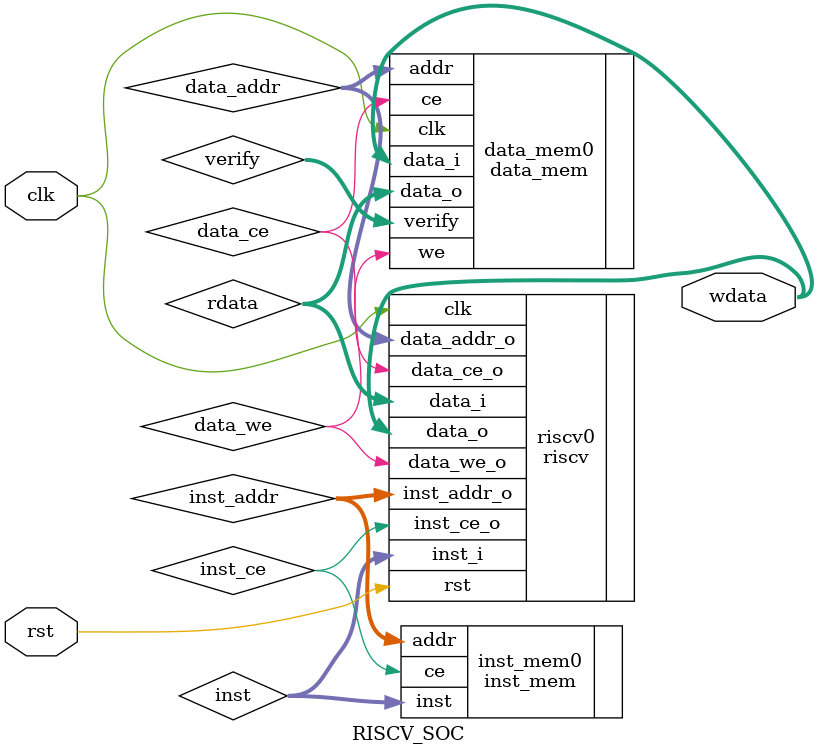
<source format=v>
`timescale 1ns / 1ps


module RISCV_SOC(
  input clk,
  input rst,
  output wire[31:0] wdata
    );
    
      wire[31:0] inst_addr;
  wire[31:0] inst;
  wire 		 inst_ce;

  wire       data_ce;
  wire       data_we;
  wire[31:0] data_addr;
// wire[31:0] wdata;
  wire[31:0] rdata; 
  wire[31:0] verify; 
 

 riscv riscv0(
		.clk(clk),
		.rst(rst),
	
		.inst_addr_o(inst_addr),
		.inst_i(inst),
		.inst_ce_o(inst_ce),

		.data_ce_o(data_ce),	
		.data_we_o(data_we),
		.data_addr_o(data_addr),
		.data_i(rdata),
		.data_o(wdata)		
	);
	
	inst_mem inst_mem0(
		.ce(inst_ce),
		.addr(inst_addr),
		.inst(inst)	
	);

	data_mem data_mem0(
		.clk(clk),
		.ce(data_ce),
		.we(data_we),
		.addr(data_addr),
		.data_i(wdata),
		.data_o(rdata),
		.verify(verify)
	);
endmodule

</source>
